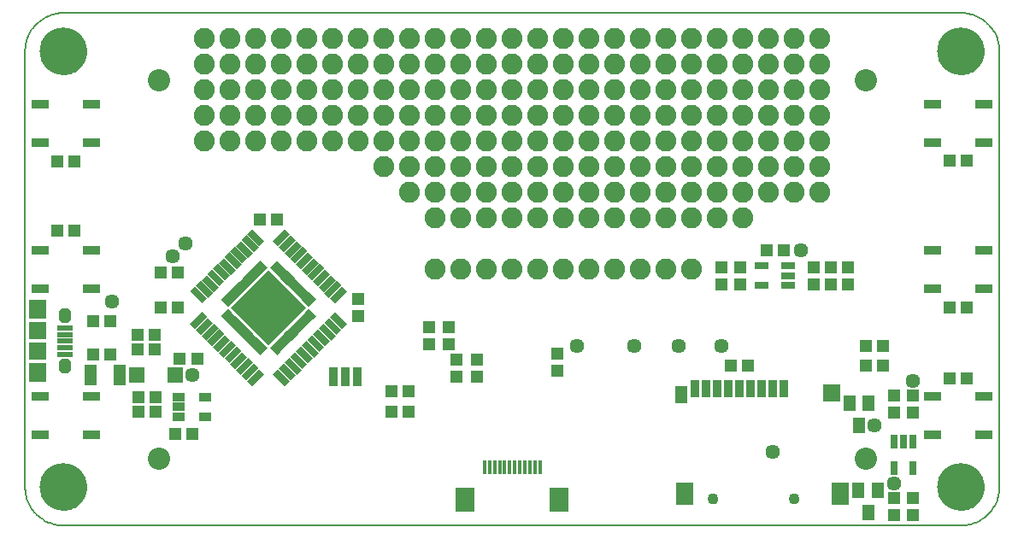
<source format=gts>
G75*
%MOIN*%
%OFA0B0*%
%FSLAX24Y24*%
%IPPOS*%
%LPD*%
%AMOC8*
5,1,8,0,0,1.08239X$1,22.5*
%
%ADD10C,0.0050*%
%ADD11C,0.0000*%
%ADD12C,0.1852*%
%ADD13R,0.0356X0.0749*%
%ADD14R,0.0474X0.0789*%
%ADD15R,0.0552X0.0297*%
%ADD16R,0.0480X0.0450*%
%ADD17R,0.0297X0.0552*%
%ADD18R,0.0450X0.0480*%
%ADD19R,0.0680X0.0380*%
%ADD20C,0.0867*%
%ADD21R,0.0631X0.0631*%
%ADD22R,0.0611X0.0237*%
%ADD23C,0.0341*%
%ADD24R,0.0690X0.0728*%
%ADD25R,0.0690X0.0671*%
%ADD26C,0.0568*%
%ADD27R,0.0395X0.0198*%
%ADD28R,0.2080X0.2080*%
%ADD29R,0.0380X0.0680*%
%ADD30R,0.0480X0.0680*%
%ADD31R,0.0680X0.0880*%
%ADD32R,0.0680X0.0680*%
%ADD33C,0.0430*%
%ADD34R,0.0470X0.0352*%
%ADD35R,0.0474X0.0631*%
%ADD36R,0.0671X0.0277*%
%ADD37R,0.0277X0.0671*%
%ADD38R,0.0157X0.0551*%
%ADD39R,0.0748X0.0925*%
%ADD40C,0.0820*%
D10*
X017760Y016393D02*
X052760Y016393D01*
X052836Y016395D01*
X052912Y016401D01*
X052987Y016410D01*
X053062Y016424D01*
X053136Y016441D01*
X053209Y016462D01*
X053281Y016486D01*
X053352Y016515D01*
X053421Y016546D01*
X053488Y016581D01*
X053553Y016620D01*
X053617Y016662D01*
X053678Y016707D01*
X053737Y016755D01*
X053793Y016806D01*
X053847Y016860D01*
X053898Y016916D01*
X053946Y016975D01*
X053991Y017036D01*
X054033Y017100D01*
X054072Y017165D01*
X054107Y017232D01*
X054138Y017301D01*
X054167Y017372D01*
X054191Y017444D01*
X054212Y017517D01*
X054229Y017591D01*
X054243Y017666D01*
X054252Y017741D01*
X054258Y017817D01*
X054260Y017893D01*
X054260Y034893D01*
X054258Y034969D01*
X054252Y035045D01*
X054243Y035120D01*
X054229Y035195D01*
X054212Y035269D01*
X054191Y035342D01*
X054167Y035414D01*
X054138Y035485D01*
X054107Y035554D01*
X054072Y035621D01*
X054033Y035686D01*
X053991Y035750D01*
X053946Y035811D01*
X053898Y035870D01*
X053847Y035926D01*
X053793Y035980D01*
X053737Y036031D01*
X053678Y036079D01*
X053617Y036124D01*
X053553Y036166D01*
X053488Y036205D01*
X053421Y036240D01*
X053352Y036271D01*
X053281Y036300D01*
X053209Y036324D01*
X053136Y036345D01*
X053062Y036362D01*
X052987Y036376D01*
X052912Y036385D01*
X052836Y036391D01*
X052760Y036393D01*
X017760Y036393D01*
X017684Y036391D01*
X017608Y036385D01*
X017533Y036376D01*
X017458Y036362D01*
X017384Y036345D01*
X017311Y036324D01*
X017239Y036300D01*
X017168Y036271D01*
X017099Y036240D01*
X017032Y036205D01*
X016967Y036166D01*
X016903Y036124D01*
X016842Y036079D01*
X016783Y036031D01*
X016727Y035980D01*
X016673Y035926D01*
X016622Y035870D01*
X016574Y035811D01*
X016529Y035750D01*
X016487Y035686D01*
X016448Y035621D01*
X016413Y035554D01*
X016382Y035485D01*
X016353Y035414D01*
X016329Y035342D01*
X016308Y035269D01*
X016291Y035195D01*
X016277Y035120D01*
X016268Y035045D01*
X016262Y034969D01*
X016260Y034893D01*
X016260Y017893D01*
X016262Y017817D01*
X016268Y017741D01*
X016277Y017666D01*
X016291Y017591D01*
X016308Y017517D01*
X016329Y017444D01*
X016353Y017372D01*
X016382Y017301D01*
X016413Y017232D01*
X016448Y017165D01*
X016487Y017100D01*
X016529Y017036D01*
X016574Y016975D01*
X016622Y016916D01*
X016673Y016860D01*
X016727Y016806D01*
X016783Y016755D01*
X016842Y016707D01*
X016903Y016662D01*
X016967Y016620D01*
X017032Y016581D01*
X017099Y016546D01*
X017168Y016515D01*
X017239Y016486D01*
X017311Y016462D01*
X017384Y016441D01*
X017458Y016424D01*
X017533Y016410D01*
X017608Y016401D01*
X017684Y016395D01*
X017760Y016393D01*
D11*
X016874Y017893D02*
X016876Y017952D01*
X016882Y018011D01*
X016892Y018069D01*
X016905Y018127D01*
X016923Y018184D01*
X016944Y018239D01*
X016969Y018293D01*
X016998Y018345D01*
X017030Y018394D01*
X017065Y018442D01*
X017103Y018487D01*
X017144Y018530D01*
X017188Y018570D01*
X017234Y018606D01*
X017283Y018640D01*
X017334Y018670D01*
X017387Y018697D01*
X017442Y018720D01*
X017497Y018739D01*
X017555Y018755D01*
X017613Y018767D01*
X017671Y018775D01*
X017730Y018779D01*
X017790Y018779D01*
X017849Y018775D01*
X017907Y018767D01*
X017965Y018755D01*
X018023Y018739D01*
X018078Y018720D01*
X018133Y018697D01*
X018186Y018670D01*
X018237Y018640D01*
X018286Y018606D01*
X018332Y018570D01*
X018376Y018530D01*
X018417Y018487D01*
X018455Y018442D01*
X018490Y018394D01*
X018522Y018345D01*
X018551Y018293D01*
X018576Y018239D01*
X018597Y018184D01*
X018615Y018127D01*
X018628Y018069D01*
X018638Y018011D01*
X018644Y017952D01*
X018646Y017893D01*
X018644Y017834D01*
X018638Y017775D01*
X018628Y017717D01*
X018615Y017659D01*
X018597Y017602D01*
X018576Y017547D01*
X018551Y017493D01*
X018522Y017441D01*
X018490Y017392D01*
X018455Y017344D01*
X018417Y017299D01*
X018376Y017256D01*
X018332Y017216D01*
X018286Y017180D01*
X018237Y017146D01*
X018186Y017116D01*
X018133Y017089D01*
X018078Y017066D01*
X018023Y017047D01*
X017965Y017031D01*
X017907Y017019D01*
X017849Y017011D01*
X017790Y017007D01*
X017730Y017007D01*
X017671Y017011D01*
X017613Y017019D01*
X017555Y017031D01*
X017497Y017047D01*
X017442Y017066D01*
X017387Y017089D01*
X017334Y017116D01*
X017283Y017146D01*
X017234Y017180D01*
X017188Y017216D01*
X017144Y017256D01*
X017103Y017299D01*
X017065Y017344D01*
X017030Y017392D01*
X016998Y017441D01*
X016969Y017493D01*
X016944Y017547D01*
X016923Y017602D01*
X016905Y017659D01*
X016892Y017717D01*
X016882Y017775D01*
X016876Y017834D01*
X016874Y017893D01*
X021086Y019011D02*
X021088Y019050D01*
X021094Y019089D01*
X021104Y019127D01*
X021117Y019164D01*
X021134Y019199D01*
X021154Y019233D01*
X021178Y019264D01*
X021205Y019293D01*
X021234Y019319D01*
X021266Y019342D01*
X021300Y019362D01*
X021336Y019378D01*
X021373Y019390D01*
X021412Y019399D01*
X021451Y019404D01*
X021490Y019405D01*
X021529Y019402D01*
X021568Y019395D01*
X021605Y019384D01*
X021642Y019370D01*
X021677Y019352D01*
X021710Y019331D01*
X021741Y019306D01*
X021769Y019279D01*
X021794Y019249D01*
X021816Y019216D01*
X021835Y019182D01*
X021850Y019146D01*
X021862Y019108D01*
X021870Y019070D01*
X021874Y019031D01*
X021874Y018991D01*
X021870Y018952D01*
X021862Y018914D01*
X021850Y018876D01*
X021835Y018840D01*
X021816Y018806D01*
X021794Y018773D01*
X021769Y018743D01*
X021741Y018716D01*
X021710Y018691D01*
X021677Y018670D01*
X021642Y018652D01*
X021605Y018638D01*
X021568Y018627D01*
X021529Y018620D01*
X021490Y018617D01*
X021451Y018618D01*
X021412Y018623D01*
X021373Y018632D01*
X021336Y018644D01*
X021300Y018660D01*
X021266Y018680D01*
X021234Y018703D01*
X021205Y018729D01*
X021178Y018758D01*
X021154Y018789D01*
X021134Y018823D01*
X021117Y018858D01*
X021104Y018895D01*
X021094Y018933D01*
X021088Y018972D01*
X021086Y019011D01*
X021086Y033775D02*
X021088Y033814D01*
X021094Y033853D01*
X021104Y033891D01*
X021117Y033928D01*
X021134Y033963D01*
X021154Y033997D01*
X021178Y034028D01*
X021205Y034057D01*
X021234Y034083D01*
X021266Y034106D01*
X021300Y034126D01*
X021336Y034142D01*
X021373Y034154D01*
X021412Y034163D01*
X021451Y034168D01*
X021490Y034169D01*
X021529Y034166D01*
X021568Y034159D01*
X021605Y034148D01*
X021642Y034134D01*
X021677Y034116D01*
X021710Y034095D01*
X021741Y034070D01*
X021769Y034043D01*
X021794Y034013D01*
X021816Y033980D01*
X021835Y033946D01*
X021850Y033910D01*
X021862Y033872D01*
X021870Y033834D01*
X021874Y033795D01*
X021874Y033755D01*
X021870Y033716D01*
X021862Y033678D01*
X021850Y033640D01*
X021835Y033604D01*
X021816Y033570D01*
X021794Y033537D01*
X021769Y033507D01*
X021741Y033480D01*
X021710Y033455D01*
X021677Y033434D01*
X021642Y033416D01*
X021605Y033402D01*
X021568Y033391D01*
X021529Y033384D01*
X021490Y033381D01*
X021451Y033382D01*
X021412Y033387D01*
X021373Y033396D01*
X021336Y033408D01*
X021300Y033424D01*
X021266Y033444D01*
X021234Y033467D01*
X021205Y033493D01*
X021178Y033522D01*
X021154Y033553D01*
X021134Y033587D01*
X021117Y033622D01*
X021104Y033659D01*
X021094Y033697D01*
X021088Y033736D01*
X021086Y033775D01*
X016874Y034893D02*
X016876Y034952D01*
X016882Y035011D01*
X016892Y035069D01*
X016905Y035127D01*
X016923Y035184D01*
X016944Y035239D01*
X016969Y035293D01*
X016998Y035345D01*
X017030Y035394D01*
X017065Y035442D01*
X017103Y035487D01*
X017144Y035530D01*
X017188Y035570D01*
X017234Y035606D01*
X017283Y035640D01*
X017334Y035670D01*
X017387Y035697D01*
X017442Y035720D01*
X017497Y035739D01*
X017555Y035755D01*
X017613Y035767D01*
X017671Y035775D01*
X017730Y035779D01*
X017790Y035779D01*
X017849Y035775D01*
X017907Y035767D01*
X017965Y035755D01*
X018023Y035739D01*
X018078Y035720D01*
X018133Y035697D01*
X018186Y035670D01*
X018237Y035640D01*
X018286Y035606D01*
X018332Y035570D01*
X018376Y035530D01*
X018417Y035487D01*
X018455Y035442D01*
X018490Y035394D01*
X018522Y035345D01*
X018551Y035293D01*
X018576Y035239D01*
X018597Y035184D01*
X018615Y035127D01*
X018628Y035069D01*
X018638Y035011D01*
X018644Y034952D01*
X018646Y034893D01*
X018644Y034834D01*
X018638Y034775D01*
X018628Y034717D01*
X018615Y034659D01*
X018597Y034602D01*
X018576Y034547D01*
X018551Y034493D01*
X018522Y034441D01*
X018490Y034392D01*
X018455Y034344D01*
X018417Y034299D01*
X018376Y034256D01*
X018332Y034216D01*
X018286Y034180D01*
X018237Y034146D01*
X018186Y034116D01*
X018133Y034089D01*
X018078Y034066D01*
X018023Y034047D01*
X017965Y034031D01*
X017907Y034019D01*
X017849Y034011D01*
X017790Y034007D01*
X017730Y034007D01*
X017671Y034011D01*
X017613Y034019D01*
X017555Y034031D01*
X017497Y034047D01*
X017442Y034066D01*
X017387Y034089D01*
X017334Y034116D01*
X017283Y034146D01*
X017234Y034180D01*
X017188Y034216D01*
X017144Y034256D01*
X017103Y034299D01*
X017065Y034344D01*
X017030Y034392D01*
X016998Y034441D01*
X016969Y034493D01*
X016944Y034547D01*
X016923Y034602D01*
X016905Y034659D01*
X016892Y034717D01*
X016882Y034775D01*
X016876Y034834D01*
X016874Y034893D01*
X042911Y017435D02*
X042913Y017461D01*
X042919Y017487D01*
X042928Y017511D01*
X042941Y017534D01*
X042958Y017554D01*
X042977Y017572D01*
X042999Y017587D01*
X043022Y017598D01*
X043047Y017606D01*
X043073Y017610D01*
X043099Y017610D01*
X043125Y017606D01*
X043150Y017598D01*
X043174Y017587D01*
X043195Y017572D01*
X043214Y017554D01*
X043231Y017534D01*
X043244Y017511D01*
X043253Y017487D01*
X043259Y017461D01*
X043261Y017435D01*
X043259Y017409D01*
X043253Y017383D01*
X043244Y017359D01*
X043231Y017336D01*
X043214Y017316D01*
X043195Y017298D01*
X043173Y017283D01*
X043150Y017272D01*
X043125Y017264D01*
X043099Y017260D01*
X043073Y017260D01*
X043047Y017264D01*
X043022Y017272D01*
X042998Y017283D01*
X042977Y017298D01*
X042958Y017316D01*
X042941Y017336D01*
X042928Y017359D01*
X042919Y017383D01*
X042913Y017409D01*
X042911Y017435D01*
X046060Y017435D02*
X046062Y017461D01*
X046068Y017487D01*
X046077Y017511D01*
X046090Y017534D01*
X046107Y017554D01*
X046126Y017572D01*
X046148Y017587D01*
X046171Y017598D01*
X046196Y017606D01*
X046222Y017610D01*
X046248Y017610D01*
X046274Y017606D01*
X046299Y017598D01*
X046323Y017587D01*
X046344Y017572D01*
X046363Y017554D01*
X046380Y017534D01*
X046393Y017511D01*
X046402Y017487D01*
X046408Y017461D01*
X046410Y017435D01*
X046408Y017409D01*
X046402Y017383D01*
X046393Y017359D01*
X046380Y017336D01*
X046363Y017316D01*
X046344Y017298D01*
X046322Y017283D01*
X046299Y017272D01*
X046274Y017264D01*
X046248Y017260D01*
X046222Y017260D01*
X046196Y017264D01*
X046171Y017272D01*
X046147Y017283D01*
X046126Y017298D01*
X046107Y017316D01*
X046090Y017336D01*
X046077Y017359D01*
X046068Y017383D01*
X046062Y017409D01*
X046060Y017435D01*
X048645Y019011D02*
X048647Y019050D01*
X048653Y019089D01*
X048663Y019127D01*
X048676Y019164D01*
X048693Y019199D01*
X048713Y019233D01*
X048737Y019264D01*
X048764Y019293D01*
X048793Y019319D01*
X048825Y019342D01*
X048859Y019362D01*
X048895Y019378D01*
X048932Y019390D01*
X048971Y019399D01*
X049010Y019404D01*
X049049Y019405D01*
X049088Y019402D01*
X049127Y019395D01*
X049164Y019384D01*
X049201Y019370D01*
X049236Y019352D01*
X049269Y019331D01*
X049300Y019306D01*
X049328Y019279D01*
X049353Y019249D01*
X049375Y019216D01*
X049394Y019182D01*
X049409Y019146D01*
X049421Y019108D01*
X049429Y019070D01*
X049433Y019031D01*
X049433Y018991D01*
X049429Y018952D01*
X049421Y018914D01*
X049409Y018876D01*
X049394Y018840D01*
X049375Y018806D01*
X049353Y018773D01*
X049328Y018743D01*
X049300Y018716D01*
X049269Y018691D01*
X049236Y018670D01*
X049201Y018652D01*
X049164Y018638D01*
X049127Y018627D01*
X049088Y018620D01*
X049049Y018617D01*
X049010Y018618D01*
X048971Y018623D01*
X048932Y018632D01*
X048895Y018644D01*
X048859Y018660D01*
X048825Y018680D01*
X048793Y018703D01*
X048764Y018729D01*
X048737Y018758D01*
X048713Y018789D01*
X048693Y018823D01*
X048676Y018858D01*
X048663Y018895D01*
X048653Y018933D01*
X048647Y018972D01*
X048645Y019011D01*
X051874Y017893D02*
X051876Y017952D01*
X051882Y018011D01*
X051892Y018069D01*
X051905Y018127D01*
X051923Y018184D01*
X051944Y018239D01*
X051969Y018293D01*
X051998Y018345D01*
X052030Y018394D01*
X052065Y018442D01*
X052103Y018487D01*
X052144Y018530D01*
X052188Y018570D01*
X052234Y018606D01*
X052283Y018640D01*
X052334Y018670D01*
X052387Y018697D01*
X052442Y018720D01*
X052497Y018739D01*
X052555Y018755D01*
X052613Y018767D01*
X052671Y018775D01*
X052730Y018779D01*
X052790Y018779D01*
X052849Y018775D01*
X052907Y018767D01*
X052965Y018755D01*
X053023Y018739D01*
X053078Y018720D01*
X053133Y018697D01*
X053186Y018670D01*
X053237Y018640D01*
X053286Y018606D01*
X053332Y018570D01*
X053376Y018530D01*
X053417Y018487D01*
X053455Y018442D01*
X053490Y018394D01*
X053522Y018345D01*
X053551Y018293D01*
X053576Y018239D01*
X053597Y018184D01*
X053615Y018127D01*
X053628Y018069D01*
X053638Y018011D01*
X053644Y017952D01*
X053646Y017893D01*
X053644Y017834D01*
X053638Y017775D01*
X053628Y017717D01*
X053615Y017659D01*
X053597Y017602D01*
X053576Y017547D01*
X053551Y017493D01*
X053522Y017441D01*
X053490Y017392D01*
X053455Y017344D01*
X053417Y017299D01*
X053376Y017256D01*
X053332Y017216D01*
X053286Y017180D01*
X053237Y017146D01*
X053186Y017116D01*
X053133Y017089D01*
X053078Y017066D01*
X053023Y017047D01*
X052965Y017031D01*
X052907Y017019D01*
X052849Y017011D01*
X052790Y017007D01*
X052730Y017007D01*
X052671Y017011D01*
X052613Y017019D01*
X052555Y017031D01*
X052497Y017047D01*
X052442Y017066D01*
X052387Y017089D01*
X052334Y017116D01*
X052283Y017146D01*
X052234Y017180D01*
X052188Y017216D01*
X052144Y017256D01*
X052103Y017299D01*
X052065Y017344D01*
X052030Y017392D01*
X051998Y017441D01*
X051969Y017493D01*
X051944Y017547D01*
X051923Y017602D01*
X051905Y017659D01*
X051892Y017717D01*
X051882Y017775D01*
X051876Y017834D01*
X051874Y017893D01*
X048645Y033775D02*
X048647Y033814D01*
X048653Y033853D01*
X048663Y033891D01*
X048676Y033928D01*
X048693Y033963D01*
X048713Y033997D01*
X048737Y034028D01*
X048764Y034057D01*
X048793Y034083D01*
X048825Y034106D01*
X048859Y034126D01*
X048895Y034142D01*
X048932Y034154D01*
X048971Y034163D01*
X049010Y034168D01*
X049049Y034169D01*
X049088Y034166D01*
X049127Y034159D01*
X049164Y034148D01*
X049201Y034134D01*
X049236Y034116D01*
X049269Y034095D01*
X049300Y034070D01*
X049328Y034043D01*
X049353Y034013D01*
X049375Y033980D01*
X049394Y033946D01*
X049409Y033910D01*
X049421Y033872D01*
X049429Y033834D01*
X049433Y033795D01*
X049433Y033755D01*
X049429Y033716D01*
X049421Y033678D01*
X049409Y033640D01*
X049394Y033604D01*
X049375Y033570D01*
X049353Y033537D01*
X049328Y033507D01*
X049300Y033480D01*
X049269Y033455D01*
X049236Y033434D01*
X049201Y033416D01*
X049164Y033402D01*
X049127Y033391D01*
X049088Y033384D01*
X049049Y033381D01*
X049010Y033382D01*
X048971Y033387D01*
X048932Y033396D01*
X048895Y033408D01*
X048859Y033424D01*
X048825Y033444D01*
X048793Y033467D01*
X048764Y033493D01*
X048737Y033522D01*
X048713Y033553D01*
X048693Y033587D01*
X048676Y033622D01*
X048663Y033659D01*
X048653Y033697D01*
X048647Y033736D01*
X048645Y033775D01*
X051874Y034893D02*
X051876Y034952D01*
X051882Y035011D01*
X051892Y035069D01*
X051905Y035127D01*
X051923Y035184D01*
X051944Y035239D01*
X051969Y035293D01*
X051998Y035345D01*
X052030Y035394D01*
X052065Y035442D01*
X052103Y035487D01*
X052144Y035530D01*
X052188Y035570D01*
X052234Y035606D01*
X052283Y035640D01*
X052334Y035670D01*
X052387Y035697D01*
X052442Y035720D01*
X052497Y035739D01*
X052555Y035755D01*
X052613Y035767D01*
X052671Y035775D01*
X052730Y035779D01*
X052790Y035779D01*
X052849Y035775D01*
X052907Y035767D01*
X052965Y035755D01*
X053023Y035739D01*
X053078Y035720D01*
X053133Y035697D01*
X053186Y035670D01*
X053237Y035640D01*
X053286Y035606D01*
X053332Y035570D01*
X053376Y035530D01*
X053417Y035487D01*
X053455Y035442D01*
X053490Y035394D01*
X053522Y035345D01*
X053551Y035293D01*
X053576Y035239D01*
X053597Y035184D01*
X053615Y035127D01*
X053628Y035069D01*
X053638Y035011D01*
X053644Y034952D01*
X053646Y034893D01*
X053644Y034834D01*
X053638Y034775D01*
X053628Y034717D01*
X053615Y034659D01*
X053597Y034602D01*
X053576Y034547D01*
X053551Y034493D01*
X053522Y034441D01*
X053490Y034392D01*
X053455Y034344D01*
X053417Y034299D01*
X053376Y034256D01*
X053332Y034216D01*
X053286Y034180D01*
X053237Y034146D01*
X053186Y034116D01*
X053133Y034089D01*
X053078Y034066D01*
X053023Y034047D01*
X052965Y034031D01*
X052907Y034019D01*
X052849Y034011D01*
X052790Y034007D01*
X052730Y034007D01*
X052671Y034011D01*
X052613Y034019D01*
X052555Y034031D01*
X052497Y034047D01*
X052442Y034066D01*
X052387Y034089D01*
X052334Y034116D01*
X052283Y034146D01*
X052234Y034180D01*
X052188Y034216D01*
X052144Y034256D01*
X052103Y034299D01*
X052065Y034344D01*
X052030Y034392D01*
X051998Y034441D01*
X051969Y034493D01*
X051944Y034547D01*
X051923Y034602D01*
X051905Y034659D01*
X051892Y034717D01*
X051882Y034775D01*
X051876Y034834D01*
X051874Y034893D01*
D12*
X052760Y034893D03*
X052760Y017893D03*
X017760Y017893D03*
X017760Y034893D03*
D13*
X028287Y022206D03*
X028760Y022206D03*
X029232Y022206D03*
D14*
X019936Y022268D03*
X018833Y022268D03*
D15*
X044998Y025769D03*
X044998Y026517D03*
X046021Y026517D03*
X046021Y026143D03*
X046021Y025769D03*
D16*
X047010Y025809D03*
X047010Y026478D03*
X047697Y026478D03*
X048353Y026478D03*
X048353Y025809D03*
X047697Y025809D03*
X044166Y025809D03*
X044166Y026478D03*
X043416Y026478D03*
X043416Y025809D03*
X037031Y023103D03*
X037031Y022434D03*
X033882Y022184D03*
X033094Y022184D03*
X033094Y022853D03*
X032785Y023459D03*
X033882Y022853D03*
X032785Y024128D03*
X032010Y024128D03*
X032010Y023459D03*
X029260Y024559D03*
X029260Y025228D03*
X050135Y021478D03*
X050884Y021478D03*
X050884Y020809D03*
X050135Y020809D03*
X050135Y017478D03*
X050885Y017478D03*
X050885Y016809D03*
X050135Y016809D03*
D17*
X050135Y018631D03*
X050884Y018631D03*
X050884Y019655D03*
X050510Y019655D03*
X050135Y019655D03*
D18*
X052325Y022143D03*
X052994Y022143D03*
X049719Y022643D03*
X049050Y022643D03*
X049050Y023393D03*
X049719Y023393D03*
X052325Y024893D03*
X052994Y024893D03*
X045844Y027143D03*
X045175Y027143D03*
X044444Y022643D03*
X043775Y022643D03*
X052325Y030643D03*
X052994Y030643D03*
X031207Y021643D03*
X030537Y021643D03*
X030537Y020831D03*
X031207Y020831D03*
X022969Y022893D03*
X022300Y022893D03*
X021313Y023275D03*
X021313Y023849D03*
X020644Y023849D03*
X020644Y023275D03*
X019594Y023081D03*
X018925Y023081D03*
X018925Y024361D03*
X019594Y024361D03*
X021550Y024893D03*
X022219Y024893D03*
X022219Y026268D03*
X021550Y026268D03*
X018194Y027893D03*
X017525Y027893D03*
X017525Y030593D03*
X018194Y030593D03*
X025425Y028331D03*
X026094Y028331D03*
X021344Y021393D03*
X020675Y021393D03*
X020675Y020831D03*
X021344Y020831D03*
X022112Y019956D03*
X022782Y019956D03*
D19*
X018860Y019943D03*
X016860Y019943D03*
X016860Y021443D03*
X018860Y021443D03*
X018860Y025643D03*
X016860Y025643D03*
X016860Y027143D03*
X018860Y027143D03*
X018860Y031343D03*
X016860Y031343D03*
X016860Y032843D03*
X018860Y032843D03*
X051660Y032843D03*
X051660Y031343D03*
X053660Y031343D03*
X053660Y032843D03*
X053660Y027143D03*
X053660Y025643D03*
X051660Y025643D03*
X051660Y027143D03*
X051660Y021443D03*
X051660Y019943D03*
X053660Y019943D03*
X053660Y021443D03*
D20*
X049039Y019011D03*
X049039Y033775D03*
X021480Y033775D03*
X021480Y019011D03*
D21*
X022101Y022268D03*
X020605Y022268D03*
D22*
X017823Y023081D03*
X017823Y023337D03*
X017823Y023593D03*
X017823Y023849D03*
X017823Y024105D03*
D23*
X017766Y024462D02*
X017766Y024694D01*
X017880Y024694D01*
X017880Y024462D01*
X017766Y024462D01*
X017766Y022725D02*
X017766Y022493D01*
X017766Y022725D02*
X017880Y022725D01*
X017880Y022493D01*
X017766Y022493D01*
D24*
X016760Y022364D03*
X016760Y024823D03*
D25*
X016760Y023987D03*
X016760Y023200D03*
D26*
X019646Y025143D03*
X022032Y026893D03*
X022510Y027393D03*
X022782Y022268D03*
X037785Y023393D03*
X040010Y023393D03*
X041760Y023393D03*
X043416Y023393D03*
X045409Y019268D03*
X049385Y020309D03*
X050884Y022043D03*
X050135Y018018D03*
X046510Y027143D03*
D27*
G36*
X027611Y025213D02*
X027333Y024935D01*
X027193Y025075D01*
X027471Y025353D01*
X027611Y025213D01*
G37*
G36*
X027472Y025352D02*
X027194Y025074D01*
X027054Y025214D01*
X027332Y025492D01*
X027472Y025352D01*
G37*
G36*
X027333Y025491D02*
X027055Y025213D01*
X026915Y025353D01*
X027193Y025631D01*
X027333Y025491D01*
G37*
G36*
X027193Y025630D02*
X026915Y025352D01*
X026775Y025492D01*
X027053Y025770D01*
X027193Y025630D01*
G37*
G36*
X027054Y025770D02*
X026776Y025492D01*
X026636Y025632D01*
X026914Y025910D01*
X027054Y025770D01*
G37*
G36*
X026915Y025909D02*
X026637Y025631D01*
X026497Y025771D01*
X026775Y026049D01*
X026915Y025909D01*
G37*
G36*
X026358Y025910D02*
X026636Y026188D01*
X026776Y026048D01*
X026498Y025770D01*
X026358Y025910D01*
G37*
G36*
X026219Y026049D02*
X026497Y026327D01*
X026637Y026187D01*
X026359Y025909D01*
X026219Y026049D01*
G37*
G36*
X026079Y026188D02*
X026357Y026466D01*
X026497Y026326D01*
X026219Y026048D01*
X026079Y026188D01*
G37*
G36*
X025940Y026328D02*
X026218Y026606D01*
X026358Y026466D01*
X026080Y026188D01*
X025940Y026328D01*
G37*
G36*
X025801Y026467D02*
X026079Y026745D01*
X026219Y026605D01*
X025941Y026327D01*
X025801Y026467D01*
G37*
G36*
X025440Y026745D02*
X025718Y026467D01*
X025578Y026327D01*
X025300Y026605D01*
X025440Y026745D01*
G37*
G36*
X025301Y026606D02*
X025579Y026328D01*
X025439Y026188D01*
X025161Y026466D01*
X025301Y026606D01*
G37*
G36*
X025162Y026466D02*
X025440Y026188D01*
X025300Y026048D01*
X025022Y026326D01*
X025162Y026466D01*
G37*
G36*
X025022Y026327D02*
X025300Y026049D01*
X025160Y025909D01*
X024882Y026187D01*
X025022Y026327D01*
G37*
G36*
X024883Y026188D02*
X025161Y025910D01*
X025021Y025770D01*
X024743Y026048D01*
X024883Y026188D01*
G37*
G36*
X024744Y026049D02*
X025022Y025771D01*
X024882Y025631D01*
X024604Y025909D01*
X024744Y026049D01*
G37*
G36*
X024743Y025492D02*
X024465Y025770D01*
X024605Y025910D01*
X024883Y025632D01*
X024743Y025492D01*
G37*
G36*
X024604Y025352D02*
X024326Y025630D01*
X024466Y025770D01*
X024744Y025492D01*
X024604Y025352D01*
G37*
G36*
X024464Y025213D02*
X024186Y025491D01*
X024326Y025631D01*
X024604Y025353D01*
X024464Y025213D01*
G37*
G36*
X024325Y025074D02*
X024047Y025352D01*
X024187Y025492D01*
X024465Y025214D01*
X024325Y025074D01*
G37*
G36*
X024186Y024935D02*
X023908Y025213D01*
X024048Y025353D01*
X024326Y025075D01*
X024186Y024935D01*
G37*
G36*
X023908Y024574D02*
X024186Y024852D01*
X024326Y024712D01*
X024048Y024434D01*
X023908Y024574D01*
G37*
G36*
X024047Y024435D02*
X024325Y024713D01*
X024465Y024573D01*
X024187Y024295D01*
X024047Y024435D01*
G37*
G36*
X024186Y024295D02*
X024464Y024573D01*
X024604Y024433D01*
X024326Y024155D01*
X024186Y024295D01*
G37*
G36*
X024326Y024156D02*
X024604Y024434D01*
X024744Y024294D01*
X024466Y024016D01*
X024326Y024156D01*
G37*
G36*
X024465Y024017D02*
X024743Y024295D01*
X024883Y024155D01*
X024605Y023877D01*
X024465Y024017D01*
G37*
G36*
X024604Y023878D02*
X024882Y024156D01*
X025022Y024016D01*
X024744Y023738D01*
X024604Y023878D01*
G37*
G36*
X025161Y023877D02*
X024883Y023599D01*
X024743Y023739D01*
X025021Y024017D01*
X025161Y023877D01*
G37*
G36*
X025300Y023737D02*
X025022Y023459D01*
X024882Y023599D01*
X025160Y023877D01*
X025300Y023737D01*
G37*
G36*
X025440Y023598D02*
X025162Y023320D01*
X025022Y023460D01*
X025300Y023738D01*
X025440Y023598D01*
G37*
G36*
X025579Y023459D02*
X025301Y023181D01*
X025161Y023321D01*
X025439Y023599D01*
X025579Y023459D01*
G37*
G36*
X025718Y023320D02*
X025440Y023042D01*
X025300Y023182D01*
X025578Y023460D01*
X025718Y023320D01*
G37*
G36*
X026079Y023042D02*
X025801Y023320D01*
X025941Y023460D01*
X026219Y023182D01*
X026079Y023042D01*
G37*
G36*
X026218Y023181D02*
X025940Y023459D01*
X026080Y023599D01*
X026358Y023321D01*
X026218Y023181D01*
G37*
G36*
X026357Y023320D02*
X026079Y023598D01*
X026219Y023738D01*
X026497Y023460D01*
X026357Y023320D01*
G37*
G36*
X026497Y023459D02*
X026219Y023737D01*
X026359Y023877D01*
X026637Y023599D01*
X026497Y023459D01*
G37*
G36*
X026636Y023599D02*
X026358Y023877D01*
X026498Y024017D01*
X026776Y023739D01*
X026636Y023599D01*
G37*
G36*
X026775Y023738D02*
X026497Y024016D01*
X026637Y024156D01*
X026915Y023878D01*
X026775Y023738D01*
G37*
G36*
X026776Y024295D02*
X027054Y024017D01*
X026914Y023877D01*
X026636Y024155D01*
X026776Y024295D01*
G37*
G36*
X026915Y024434D02*
X027193Y024156D01*
X027053Y024016D01*
X026775Y024294D01*
X026915Y024434D01*
G37*
G36*
X027055Y024573D02*
X027333Y024295D01*
X027193Y024155D01*
X026915Y024433D01*
X027055Y024573D01*
G37*
G36*
X027194Y024713D02*
X027472Y024435D01*
X027332Y024295D01*
X027054Y024573D01*
X027194Y024713D01*
G37*
G36*
X027333Y024852D02*
X027611Y024574D01*
X027471Y024434D01*
X027193Y024712D01*
X027333Y024852D01*
G37*
D28*
G36*
X027230Y024893D02*
X025760Y023423D01*
X024290Y024893D01*
X025760Y026363D01*
X027230Y024893D01*
G37*
D29*
X042377Y021726D03*
X042810Y021726D03*
X043243Y021726D03*
X043676Y021726D03*
X044110Y021726D03*
X044543Y021726D03*
X044976Y021726D03*
X045409Y021726D03*
X045842Y021726D03*
D30*
X041847Y021490D03*
D31*
X041984Y017643D03*
X048047Y017643D03*
D32*
X047724Y021572D03*
D33*
X046235Y017435D03*
X043086Y017435D03*
D34*
X023271Y020644D03*
X022252Y020644D03*
X022252Y021018D03*
X022252Y021392D03*
X023271Y021392D03*
D35*
X048416Y021175D03*
X049164Y021175D03*
X048790Y020309D03*
X048760Y017759D03*
X049509Y017759D03*
X049135Y016893D03*
D36*
G36*
X028822Y025533D02*
X028349Y025060D01*
X028154Y025255D01*
X028627Y025728D01*
X028822Y025533D01*
G37*
G36*
X028599Y025756D02*
X028126Y025283D01*
X027931Y025478D01*
X028404Y025951D01*
X028599Y025756D01*
G37*
G36*
X028376Y025979D02*
X027903Y025506D01*
X027708Y025701D01*
X028181Y026174D01*
X028376Y025979D01*
G37*
G36*
X028154Y026202D02*
X027681Y025729D01*
X027486Y025924D01*
X027959Y026397D01*
X028154Y026202D01*
G37*
G36*
X027931Y026424D02*
X027458Y025951D01*
X027263Y026146D01*
X027736Y026619D01*
X027931Y026424D01*
G37*
G36*
X027708Y026647D02*
X027235Y026174D01*
X027040Y026369D01*
X027513Y026842D01*
X027708Y026647D01*
G37*
G36*
X027485Y026870D02*
X027012Y026397D01*
X026817Y026592D01*
X027290Y027065D01*
X027485Y026870D01*
G37*
G36*
X027263Y027092D02*
X026790Y026619D01*
X026595Y026814D01*
X027068Y027287D01*
X027263Y027092D01*
G37*
G36*
X027040Y027315D02*
X026567Y026842D01*
X026372Y027037D01*
X026845Y027510D01*
X027040Y027315D01*
G37*
G36*
X026817Y027538D02*
X026344Y027065D01*
X026149Y027260D01*
X026622Y027733D01*
X026817Y027538D01*
G37*
G36*
X026595Y027761D02*
X026122Y027288D01*
X025927Y027483D01*
X026400Y027956D01*
X026595Y027761D01*
G37*
G36*
X023365Y024531D02*
X022892Y024058D01*
X022697Y024253D01*
X023170Y024726D01*
X023365Y024531D01*
G37*
G36*
X023588Y024308D02*
X023115Y023835D01*
X022920Y024030D01*
X023393Y024503D01*
X023588Y024308D01*
G37*
G36*
X023811Y024086D02*
X023338Y023613D01*
X023143Y023808D01*
X023616Y024281D01*
X023811Y024086D01*
G37*
G36*
X024033Y023863D02*
X023560Y023390D01*
X023365Y023585D01*
X023838Y024058D01*
X024033Y023863D01*
G37*
G36*
X024256Y023640D02*
X023783Y023167D01*
X023588Y023362D01*
X024061Y023835D01*
X024256Y023640D01*
G37*
G36*
X024479Y023418D02*
X024006Y022945D01*
X023811Y023140D01*
X024284Y023613D01*
X024479Y023418D01*
G37*
G36*
X024702Y023195D02*
X024229Y022722D01*
X024034Y022917D01*
X024507Y023390D01*
X024702Y023195D01*
G37*
G36*
X024924Y022972D02*
X024451Y022499D01*
X024256Y022694D01*
X024729Y023167D01*
X024924Y022972D01*
G37*
G36*
X025147Y022750D02*
X024674Y022277D01*
X024479Y022472D01*
X024952Y022945D01*
X025147Y022750D01*
G37*
G36*
X025370Y022527D02*
X024897Y022054D01*
X024702Y022249D01*
X025175Y022722D01*
X025370Y022527D01*
G37*
G36*
X025592Y022304D02*
X025119Y021831D01*
X024924Y022026D01*
X025397Y022499D01*
X025592Y022304D01*
G37*
D37*
G36*
X026595Y022026D02*
X026400Y021831D01*
X025927Y022304D01*
X026122Y022499D01*
X026595Y022026D01*
G37*
G36*
X026817Y022249D02*
X026622Y022054D01*
X026149Y022527D01*
X026344Y022722D01*
X026817Y022249D01*
G37*
G36*
X027040Y022472D02*
X026845Y022277D01*
X026372Y022750D01*
X026567Y022945D01*
X027040Y022472D01*
G37*
G36*
X027263Y022694D02*
X027068Y022499D01*
X026595Y022972D01*
X026790Y023167D01*
X027263Y022694D01*
G37*
G36*
X027485Y022917D02*
X027290Y022722D01*
X026817Y023195D01*
X027012Y023390D01*
X027485Y022917D01*
G37*
G36*
X027708Y023140D02*
X027513Y022945D01*
X027040Y023418D01*
X027235Y023613D01*
X027708Y023140D01*
G37*
G36*
X027931Y023362D02*
X027736Y023167D01*
X027263Y023640D01*
X027458Y023835D01*
X027931Y023362D01*
G37*
G36*
X028154Y023585D02*
X027959Y023390D01*
X027486Y023863D01*
X027681Y024058D01*
X028154Y023585D01*
G37*
G36*
X028376Y023808D02*
X028181Y023613D01*
X027708Y024086D01*
X027903Y024281D01*
X028376Y023808D01*
G37*
G36*
X028599Y024030D02*
X028404Y023835D01*
X027931Y024308D01*
X028126Y024503D01*
X028599Y024030D01*
G37*
G36*
X028822Y024253D02*
X028627Y024058D01*
X028154Y024531D01*
X028349Y024726D01*
X028822Y024253D01*
G37*
G36*
X025370Y027260D02*
X025175Y027065D01*
X024702Y027538D01*
X024897Y027733D01*
X025370Y027260D01*
G37*
G36*
X025592Y027483D02*
X025397Y027288D01*
X024924Y027761D01*
X025119Y027956D01*
X025592Y027483D01*
G37*
G36*
X025147Y027037D02*
X024952Y026842D01*
X024479Y027315D01*
X024674Y027510D01*
X025147Y027037D01*
G37*
G36*
X024924Y026814D02*
X024729Y026619D01*
X024256Y027092D01*
X024451Y027287D01*
X024924Y026814D01*
G37*
G36*
X024702Y026592D02*
X024507Y026397D01*
X024034Y026870D01*
X024229Y027065D01*
X024702Y026592D01*
G37*
G36*
X024479Y026369D02*
X024284Y026174D01*
X023811Y026647D01*
X024006Y026842D01*
X024479Y026369D01*
G37*
G36*
X024256Y026146D02*
X024061Y025951D01*
X023588Y026424D01*
X023783Y026619D01*
X024256Y026146D01*
G37*
G36*
X024033Y025924D02*
X023838Y025729D01*
X023365Y026202D01*
X023560Y026397D01*
X024033Y025924D01*
G37*
G36*
X023811Y025701D02*
X023616Y025506D01*
X023143Y025979D01*
X023338Y026174D01*
X023811Y025701D01*
G37*
G36*
X023588Y025478D02*
X023393Y025283D01*
X022920Y025756D01*
X023115Y025951D01*
X023588Y025478D01*
G37*
G36*
X023365Y025255D02*
X023170Y025060D01*
X022697Y025533D01*
X022892Y025728D01*
X023365Y025255D01*
G37*
D38*
X034177Y018673D03*
X034374Y018673D03*
X034571Y018673D03*
X034767Y018673D03*
X034964Y018673D03*
X035161Y018673D03*
X035358Y018673D03*
X035555Y018673D03*
X035752Y018673D03*
X035948Y018673D03*
X036145Y018673D03*
X036342Y018673D03*
D39*
X037090Y017393D03*
X033429Y017393D03*
D40*
X033260Y026393D03*
X032260Y026393D03*
X034260Y026393D03*
X035260Y026393D03*
X036260Y026393D03*
X037260Y026393D03*
X038260Y026393D03*
X039260Y026393D03*
X040260Y026393D03*
X041260Y026393D03*
X042260Y026393D03*
X042260Y028393D03*
X043260Y028393D03*
X044260Y028393D03*
X044260Y029393D03*
X043260Y029393D03*
X043260Y030393D03*
X044260Y030393D03*
X045260Y030393D03*
X046260Y030393D03*
X047260Y030393D03*
X047260Y029393D03*
X046260Y029393D03*
X045260Y029393D03*
X045260Y031393D03*
X046260Y031393D03*
X047260Y031393D03*
X047260Y032393D03*
X046260Y032393D03*
X046260Y033393D03*
X047260Y033393D03*
X047260Y034393D03*
X046260Y034393D03*
X045260Y034393D03*
X045260Y033393D03*
X045260Y032393D03*
X044260Y032393D03*
X043260Y032393D03*
X043260Y033393D03*
X044260Y033393D03*
X044260Y034393D03*
X043260Y034393D03*
X042260Y034393D03*
X042260Y033393D03*
X042260Y032393D03*
X041260Y032393D03*
X040260Y032393D03*
X040260Y033393D03*
X041260Y033393D03*
X041260Y034393D03*
X040260Y034393D03*
X039260Y034393D03*
X038260Y034393D03*
X038260Y033393D03*
X039260Y033393D03*
X039260Y032393D03*
X038260Y032393D03*
X037260Y032393D03*
X037260Y033393D03*
X037260Y034393D03*
X036260Y034393D03*
X035260Y034393D03*
X035260Y033393D03*
X036260Y033393D03*
X036260Y032393D03*
X035260Y032393D03*
X034260Y032393D03*
X034260Y033393D03*
X034260Y034393D03*
X033260Y034393D03*
X032260Y034393D03*
X032260Y033393D03*
X033260Y033393D03*
X033260Y032393D03*
X032260Y032393D03*
X031260Y032393D03*
X030260Y032393D03*
X030260Y033393D03*
X031260Y033393D03*
X031260Y034393D03*
X030260Y034393D03*
X029260Y034393D03*
X029260Y033393D03*
X029260Y032393D03*
X028260Y032393D03*
X027260Y032393D03*
X027260Y033393D03*
X028260Y033393D03*
X028260Y034393D03*
X027260Y034393D03*
X026260Y034393D03*
X026260Y033393D03*
X026260Y032393D03*
X025260Y032393D03*
X024260Y032393D03*
X024260Y033393D03*
X025260Y033393D03*
X025260Y034393D03*
X024260Y034393D03*
X023260Y034393D03*
X023260Y033393D03*
X023260Y032393D03*
X023260Y031393D03*
X024260Y031393D03*
X025260Y031393D03*
X026260Y031393D03*
X027260Y031393D03*
X028260Y031393D03*
X029260Y031393D03*
X030260Y031393D03*
X031260Y031393D03*
X032260Y031393D03*
X033260Y031393D03*
X034260Y031393D03*
X035260Y031393D03*
X036260Y031393D03*
X037260Y031393D03*
X038260Y031393D03*
X039260Y031393D03*
X040260Y031393D03*
X041260Y031393D03*
X042260Y031393D03*
X043260Y031393D03*
X044260Y031393D03*
X042260Y030393D03*
X042260Y029393D03*
X041260Y029393D03*
X040260Y029393D03*
X040260Y028393D03*
X041260Y028393D03*
X039260Y028393D03*
X038260Y028393D03*
X038260Y029393D03*
X039260Y029393D03*
X039260Y030393D03*
X038260Y030393D03*
X037260Y030393D03*
X037260Y029393D03*
X037260Y028393D03*
X036260Y028393D03*
X035260Y028393D03*
X035260Y029393D03*
X036260Y029393D03*
X036260Y030393D03*
X035260Y030393D03*
X034260Y030393D03*
X034260Y029393D03*
X034260Y028393D03*
X033260Y028393D03*
X032260Y028393D03*
X032260Y029393D03*
X033260Y029393D03*
X033260Y030393D03*
X032260Y030393D03*
X031260Y030393D03*
X030260Y030393D03*
X031260Y029393D03*
X031260Y035393D03*
X030260Y035393D03*
X029260Y035393D03*
X028260Y035393D03*
X027260Y035393D03*
X026260Y035393D03*
X025260Y035393D03*
X024260Y035393D03*
X023260Y035393D03*
X032260Y035393D03*
X033260Y035393D03*
X034260Y035393D03*
X035260Y035393D03*
X036260Y035393D03*
X037260Y035393D03*
X038260Y035393D03*
X039260Y035393D03*
X040260Y035393D03*
X041260Y035393D03*
X042260Y035393D03*
X043260Y035393D03*
X044260Y035393D03*
X045260Y035393D03*
X046260Y035393D03*
X047260Y035393D03*
X041260Y030393D03*
X040260Y030393D03*
M02*

</source>
